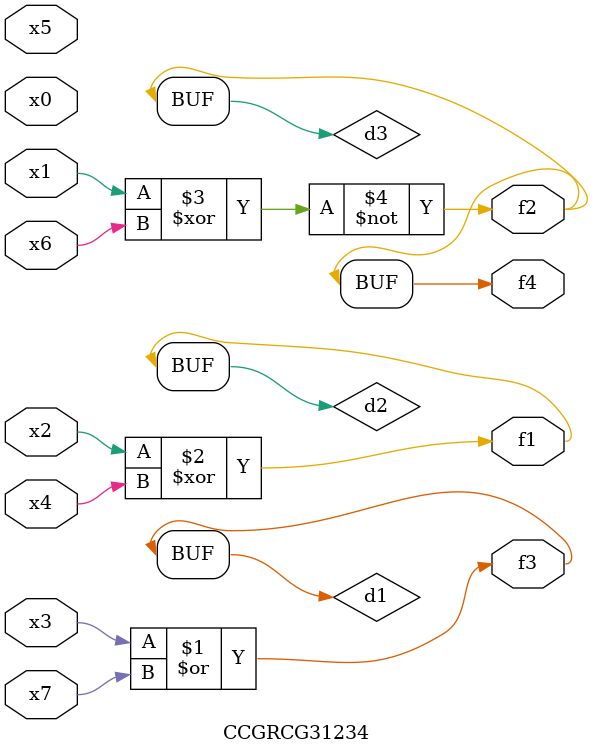
<source format=v>
module CCGRCG31234(
	input x0, x1, x2, x3, x4, x5, x6, x7,
	output f1, f2, f3, f4
);

	wire d1, d2, d3;

	or (d1, x3, x7);
	xor (d2, x2, x4);
	xnor (d3, x1, x6);
	assign f1 = d2;
	assign f2 = d3;
	assign f3 = d1;
	assign f4 = d3;
endmodule

</source>
